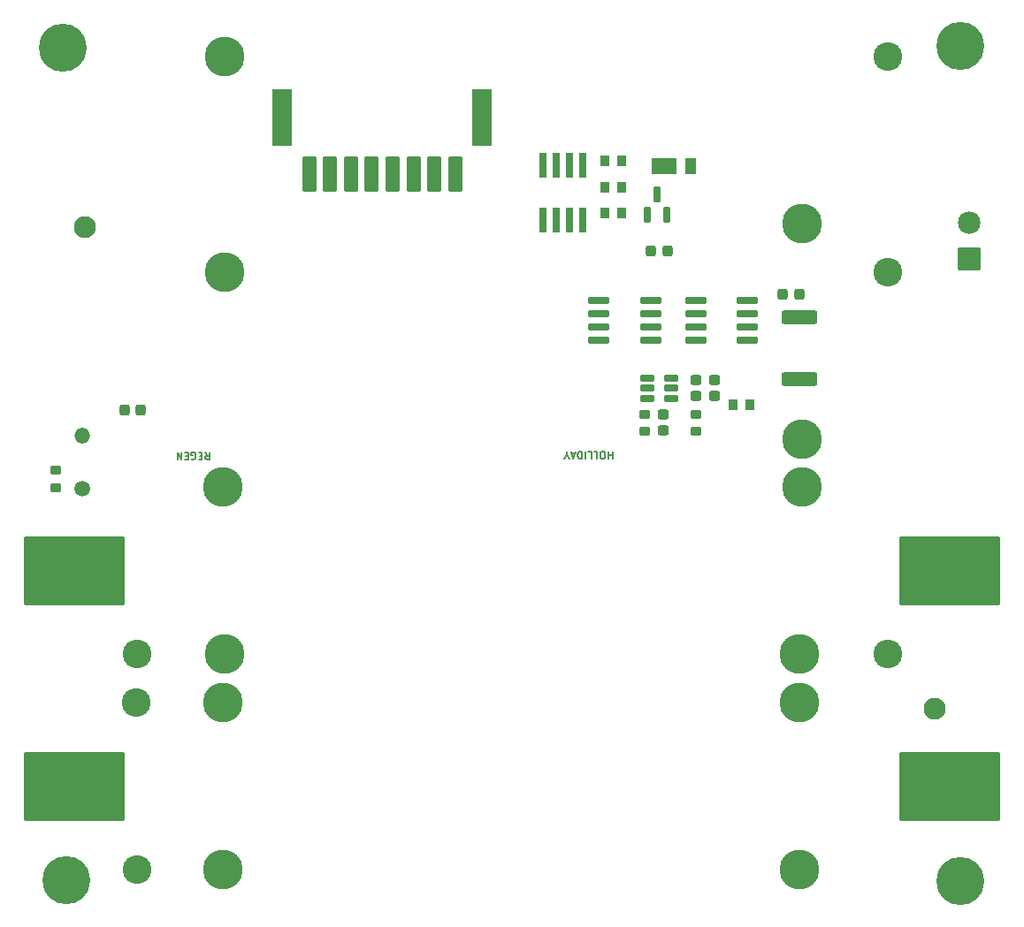
<source format=gts>
%TF.GenerationSoftware,KiCad,Pcbnew,8.0.5*%
%TF.CreationDate,2024-12-07T17:27:53-08:00*%
%TF.ProjectId,batteryboard,62617474-6572-4796-926f-6172642e6b69,v2C*%
%TF.SameCoordinates,Original*%
%TF.FileFunction,Soldermask,Top*%
%TF.FilePolarity,Negative*%
%FSLAX46Y46*%
G04 Gerber Fmt 4.6, Leading zero omitted, Abs format (unit mm)*
G04 Created by KiCad (PCBNEW 8.0.5) date 2024-12-07 17:27:53*
%MOMM*%
%LPD*%
G01*
G04 APERTURE LIST*
G04 Aperture macros list*
%AMRoundRect*
0 Rectangle with rounded corners*
0 $1 Rounding radius*
0 $2 $3 $4 $5 $6 $7 $8 $9 X,Y pos of 4 corners*
0 Add a 4 corners polygon primitive as box body*
4,1,4,$2,$3,$4,$5,$6,$7,$8,$9,$2,$3,0*
0 Add four circle primitives for the rounded corners*
1,1,$1+$1,$2,$3*
1,1,$1+$1,$4,$5*
1,1,$1+$1,$6,$7*
1,1,$1+$1,$8,$9*
0 Add four rect primitives between the rounded corners*
20,1,$1+$1,$2,$3,$4,$5,0*
20,1,$1+$1,$4,$5,$6,$7,0*
20,1,$1+$1,$6,$7,$8,$9,0*
20,1,$1+$1,$8,$9,$2,$3,0*%
G04 Aperture macros list end*
%ADD10C,0.175000*%
%ADD11C,3.810000*%
%ADD12C,2.743200*%
%ADD13RoundRect,0.050800X4.733800X3.238500X-4.733800X3.238500X-4.733800X-3.238500X4.733800X-3.238500X0*%
%ADD14RoundRect,0.175400X-0.537900X-0.175400X0.537900X-0.175400X0.537900X0.175400X-0.537900X0.175400X0*%
%ADD15RoundRect,0.050800X-4.733800X-3.238500X4.733800X-3.238500X4.733800X3.238500X-4.733800X3.238500X0*%
%ADD16RoundRect,0.250400X-0.275400X0.250400X-0.275400X-0.250400X0.275400X-0.250400X0.275400X0.250400X0*%
%ADD17RoundRect,0.250400X0.250400X0.275400X-0.250400X0.275400X-0.250400X-0.275400X0.250400X-0.275400X0*%
%ADD18RoundRect,0.225400X0.225400X0.300400X-0.225400X0.300400X-0.225400X-0.300400X0.225400X-0.300400X0*%
%ADD19RoundRect,0.225400X0.300400X-0.225400X0.300400X0.225400X-0.300400X0.225400X-0.300400X-0.225400X0*%
%ADD20RoundRect,0.175400X-0.850400X-0.175400X0.850400X-0.175400X0.850400X0.175400X-0.850400X0.175400X0*%
%ADD21RoundRect,0.175400X0.850400X0.175400X-0.850400X0.175400X-0.850400X-0.175400X0.850400X-0.175400X0*%
%ADD22RoundRect,0.225400X-0.300400X0.225400X-0.300400X-0.225400X0.300400X-0.225400X0.300400X0.225400X0*%
%ADD23RoundRect,0.270735X1.455065X-0.392565X1.455065X0.392565X-1.455065X0.392565X-1.455065X-0.392565X0*%
%ADD24C,2.101600*%
%ADD25C,4.601600*%
%ADD26RoundRect,0.063500X1.016000X-1.016000X1.016000X1.016000X-1.016000X1.016000X-1.016000X-1.016000X0*%
%ADD27C,2.159000*%
%ADD28C,1.501600*%
%ADD29O,1.501600X1.501600*%
%ADD30RoundRect,0.225400X-0.225400X-0.300400X0.225400X-0.300400X0.225400X0.300400X-0.225400X0.300400X0*%
%ADD31RoundRect,0.063500X-0.450000X-0.700000X0.450000X-0.700000X0.450000X0.700000X-0.450000X0.700000X0*%
%ADD32RoundRect,0.063500X-1.100000X-0.700000X1.100000X-0.700000X1.100000X0.700000X-1.100000X0.700000X0*%
%ADD33RoundRect,0.063500X-0.279400X-0.660400X0.279400X-0.660400X0.279400X0.660400X-0.279400X0.660400X0*%
%ADD34RoundRect,0.250400X-0.250400X-0.275400X0.250400X-0.275400X0.250400X0.275400X-0.250400X0.275400X0*%
%ADD35RoundRect,0.050800X0.622300X1.625600X-0.622300X1.625600X-0.622300X-1.625600X0.622300X-1.625600X0*%
%ADD36RoundRect,0.050800X0.876300X2.679700X-0.876300X2.679700X-0.876300X-2.679700X0.876300X-2.679700X0*%
%ADD37RoundRect,0.050800X-0.304800X-1.104900X0.304800X-1.104900X0.304800X1.104900X-0.304800X1.104900X0*%
G04 APERTURE END LIST*
D10*
X110741019Y-97759746D02*
X110741019Y-98459746D01*
X110741019Y-98126413D02*
X110341019Y-98126413D01*
X110341019Y-97759746D02*
X110341019Y-98459746D01*
X109874353Y-98459746D02*
X109741019Y-98459746D01*
X109741019Y-98459746D02*
X109674353Y-98426413D01*
X109674353Y-98426413D02*
X109607686Y-98359746D01*
X109607686Y-98359746D02*
X109574353Y-98226413D01*
X109574353Y-98226413D02*
X109574353Y-97993080D01*
X109574353Y-97993080D02*
X109607686Y-97859746D01*
X109607686Y-97859746D02*
X109674353Y-97793080D01*
X109674353Y-97793080D02*
X109741019Y-97759746D01*
X109741019Y-97759746D02*
X109874353Y-97759746D01*
X109874353Y-97759746D02*
X109941019Y-97793080D01*
X109941019Y-97793080D02*
X110007686Y-97859746D01*
X110007686Y-97859746D02*
X110041019Y-97993080D01*
X110041019Y-97993080D02*
X110041019Y-98226413D01*
X110041019Y-98226413D02*
X110007686Y-98359746D01*
X110007686Y-98359746D02*
X109941019Y-98426413D01*
X109941019Y-98426413D02*
X109874353Y-98459746D01*
X108941020Y-97759746D02*
X109274353Y-97759746D01*
X109274353Y-97759746D02*
X109274353Y-98459746D01*
X108374353Y-97759746D02*
X108707686Y-97759746D01*
X108707686Y-97759746D02*
X108707686Y-98459746D01*
X108141019Y-97759746D02*
X108141019Y-98459746D01*
X107807686Y-97759746D02*
X107807686Y-98459746D01*
X107807686Y-98459746D02*
X107641019Y-98459746D01*
X107641019Y-98459746D02*
X107541019Y-98426413D01*
X107541019Y-98426413D02*
X107474353Y-98359746D01*
X107474353Y-98359746D02*
X107441019Y-98293080D01*
X107441019Y-98293080D02*
X107407686Y-98159746D01*
X107407686Y-98159746D02*
X107407686Y-98059746D01*
X107407686Y-98059746D02*
X107441019Y-97926413D01*
X107441019Y-97926413D02*
X107474353Y-97859746D01*
X107474353Y-97859746D02*
X107541019Y-97793080D01*
X107541019Y-97793080D02*
X107641019Y-97759746D01*
X107641019Y-97759746D02*
X107807686Y-97759746D01*
X107141019Y-97959746D02*
X106807686Y-97959746D01*
X107207686Y-97759746D02*
X106974353Y-98459746D01*
X106974353Y-98459746D02*
X106741019Y-97759746D01*
X106374353Y-98093080D02*
X106374353Y-97759746D01*
X106607686Y-98459746D02*
X106374353Y-98093080D01*
X106374353Y-98093080D02*
X106141019Y-98459746D01*
X71732632Y-97818166D02*
X71965965Y-98151500D01*
X72132632Y-97818166D02*
X72132632Y-98518166D01*
X72132632Y-98518166D02*
X71865965Y-98518166D01*
X71865965Y-98518166D02*
X71799299Y-98484833D01*
X71799299Y-98484833D02*
X71765965Y-98451500D01*
X71765965Y-98451500D02*
X71732632Y-98384833D01*
X71732632Y-98384833D02*
X71732632Y-98284833D01*
X71732632Y-98284833D02*
X71765965Y-98218166D01*
X71765965Y-98218166D02*
X71799299Y-98184833D01*
X71799299Y-98184833D02*
X71865965Y-98151500D01*
X71865965Y-98151500D02*
X72132632Y-98151500D01*
X71432632Y-98184833D02*
X71199299Y-98184833D01*
X71099299Y-97818166D02*
X71432632Y-97818166D01*
X71432632Y-97818166D02*
X71432632Y-98518166D01*
X71432632Y-98518166D02*
X71099299Y-98518166D01*
X70432632Y-98484833D02*
X70499299Y-98518166D01*
X70499299Y-98518166D02*
X70599299Y-98518166D01*
X70599299Y-98518166D02*
X70699299Y-98484833D01*
X70699299Y-98484833D02*
X70765966Y-98418166D01*
X70765966Y-98418166D02*
X70799299Y-98351500D01*
X70799299Y-98351500D02*
X70832632Y-98218166D01*
X70832632Y-98218166D02*
X70832632Y-98118166D01*
X70832632Y-98118166D02*
X70799299Y-97984833D01*
X70799299Y-97984833D02*
X70765966Y-97918166D01*
X70765966Y-97918166D02*
X70699299Y-97851500D01*
X70699299Y-97851500D02*
X70599299Y-97818166D01*
X70599299Y-97818166D02*
X70532632Y-97818166D01*
X70532632Y-97818166D02*
X70432632Y-97851500D01*
X70432632Y-97851500D02*
X70399299Y-97884833D01*
X70399299Y-97884833D02*
X70399299Y-98118166D01*
X70399299Y-98118166D02*
X70532632Y-98118166D01*
X70099299Y-98184833D02*
X69865966Y-98184833D01*
X69765966Y-97818166D02*
X70099299Y-97818166D01*
X70099299Y-97818166D02*
X70099299Y-98518166D01*
X70099299Y-98518166D02*
X69765966Y-98518166D01*
X69465966Y-97818166D02*
X69465966Y-98518166D01*
X69465966Y-98518166D02*
X69065966Y-97818166D01*
X69065966Y-97818166D02*
X69065966Y-98518166D01*
D11*
X128638300Y-121843800D03*
X73393300Y-137845800D03*
D12*
X65163700Y-121843800D03*
D13*
X143027400Y-129844800D03*
X59207400Y-129844800D03*
D14*
X114051500Y-90744000D03*
X114051500Y-91694000D03*
X114051500Y-92644000D03*
X116326500Y-92644000D03*
X116326500Y-91694000D03*
X116326500Y-90744000D03*
D11*
X73621900Y-117195600D03*
X128866900Y-101193600D03*
D12*
X137096500Y-117195600D03*
D15*
X59232800Y-109194600D03*
X143052800Y-109194600D03*
D16*
X120523000Y-90919000D03*
X120523000Y-92469000D03*
X118745000Y-90919000D03*
X118745000Y-92469000D03*
X115570000Y-94221000D03*
X115570000Y-95771000D03*
D17*
X128600500Y-82677000D03*
X127050500Y-82677000D03*
D18*
X123888000Y-93281500D03*
X122238000Y-93281500D03*
D19*
X118745000Y-95821000D03*
X118745000Y-94171000D03*
D20*
X109412000Y-83312000D03*
X109412000Y-84582000D03*
X109412000Y-85852000D03*
X109412000Y-87122000D03*
X114362000Y-87122000D03*
X114362000Y-85852000D03*
X114362000Y-84582000D03*
X114362000Y-83312000D03*
D21*
X123633000Y-87122000D03*
X123633000Y-85852000D03*
X123633000Y-84582000D03*
X123633000Y-83312000D03*
X118683000Y-83312000D03*
X118683000Y-84582000D03*
X118683000Y-85852000D03*
X118683000Y-87122000D03*
D22*
X113792000Y-94171000D03*
X113792000Y-95821000D03*
D23*
X128587500Y-90783000D03*
X128587500Y-84858000D03*
D24*
X141592300Y-122389900D03*
X60185300Y-76288900D03*
D25*
X144010300Y-138899900D03*
X58060700Y-59098900D03*
X58441700Y-138854900D03*
X144010300Y-58889900D03*
D26*
X144903300Y-79312102D03*
D27*
X144903300Y-75812102D03*
D19*
X57394700Y-101203900D03*
X57394700Y-99553900D03*
D28*
X59939300Y-101307900D03*
D29*
X59939300Y-96227900D03*
D30*
X109960300Y-69899900D03*
X111610300Y-69899900D03*
D31*
X118194700Y-70378900D03*
D32*
X115644700Y-70378900D03*
D18*
X111610300Y-72409900D03*
X109960300Y-72409900D03*
D33*
X114039600Y-75034900D03*
X115944600Y-75034900D03*
X114992100Y-73155300D03*
D34*
X64016700Y-93769900D03*
X65566700Y-93769900D03*
D35*
X81680301Y-71185900D03*
X83680300Y-71185900D03*
X85680301Y-71185900D03*
X87680299Y-71185900D03*
X89680301Y-71185900D03*
X91680299Y-71185900D03*
X93680300Y-71185900D03*
X95680301Y-71185900D03*
D36*
X98230301Y-65760899D03*
X79130299Y-65760899D03*
D37*
X104034700Y-75558100D03*
X105304700Y-75558100D03*
X106574700Y-75558100D03*
X107844700Y-75558100D03*
X107844700Y-70325700D03*
X106574700Y-70325700D03*
X105304700Y-70325700D03*
X104034700Y-70325700D03*
D34*
X114435700Y-78529900D03*
X115985700Y-78529900D03*
D30*
X109960300Y-74919900D03*
X111610300Y-74919900D03*
D11*
X73596500Y-80568800D03*
X128841500Y-96570800D03*
D12*
X137071100Y-80568800D03*
D11*
X128663700Y-137845800D03*
X73418700Y-121843800D03*
D12*
X65189100Y-137845800D03*
D11*
X128663700Y-117195600D03*
X73418700Y-101193600D03*
D12*
X65189100Y-117195600D03*
D11*
X73596500Y-59918600D03*
X128841500Y-75920600D03*
D12*
X137071100Y-59918600D03*
M02*

</source>
